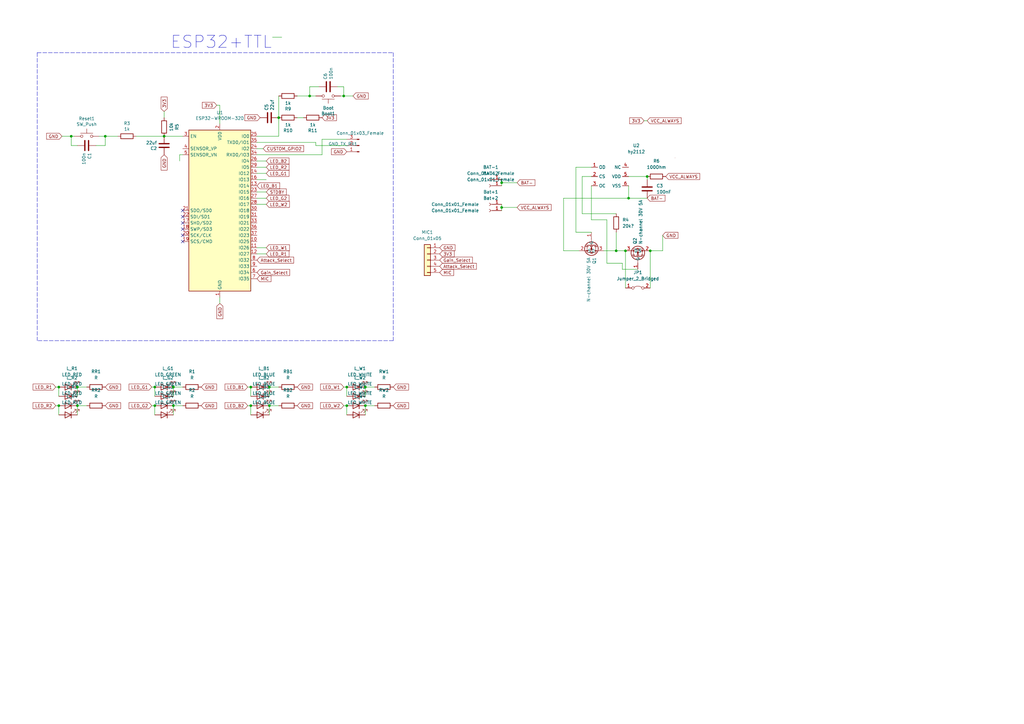
<source format=kicad_sch>
(kicad_sch (version 20211123) (generator eeschema)
  (paper "A3")
  (lib_symbols
    (symbol "Connector:Conn_01x01_Female" (pin_names (offset 1.016) hide)
      (property "Reference" "J" (at 0 2.54 0))
      (property "Value" "Conn_01x01_Female" (at 0 -2.54 0))
      (symbol "Conn_01x01_Female_1_1"
        (polyline (pts (xy -1.27 0) (xy -0.508 0)) (stroke (width 0.1524)))
        (arc (start 0 0.508) (mid -0.508 0) (end 0 -0.508) (stroke (width 0.1524)))
        (pin passive line (at -5.08 0 0) (length 3.81) (name "Pin_1") (number "1"))
      )
    )
    (symbol "Connector:Conn_01x03_Male" (pin_names (offset 1.016) hide)
      (property "Reference" "J" (at 0 5.08 0))
      (property "Value" "Conn_01x03_Male" (at 0 -5.08 0))
      (symbol "Conn_01x03_Male_1_1"
        (polyline (pts (xy 1.27 -2.54) (xy 0.8636 -2.54)) (stroke (width 0.1524)))
        (polyline (pts (xy 1.27 0) (xy 0.8636 0)) (stroke (width 0.1524)))
        (polyline (pts (xy 1.27 2.54) (xy 0.8636 2.54)) (stroke (width 0.1524)))
        (rectangle (start 0.8636 -2.413) (end 0 -2.667) (stroke (width 0.1524)) (fill (type outline)))
        (rectangle (start 0.8636 0.127) (end 0 -0.127) (stroke (width 0.1524)) (fill (type outline)))
        (rectangle (start 0.8636 2.667) (end 0 2.413) (stroke (width 0.1524)) (fill (type outline)))
        (pin passive line (at 5.08 2.54 180) (length 3.81) (name "Pin_1") (number "1"))
        (pin passive line (at 5.08 0 180) (length 3.81) (name "Pin_2") (number "2"))
        (pin passive line (at 5.08 -2.54 180) (length 3.81) (name "Pin_3") (number "3"))
      )
    )
    (symbol "Connector_Generic:Conn_01x05" (pin_names (offset 1.016) hide)
      (property "Reference" "J" (at 0 7.62 0))
      (property "Value" "Conn_01x05" (at 0 -7.62 0))
      (symbol "Conn_01x05_1_1"
        (rectangle (start -1.27 -4.953) (end 0 -5.207) (stroke (width 0.1524)))
        (rectangle (start -1.27 -2.413) (end 0 -2.667) (stroke (width 0.1524)))
        (rectangle (start -1.27 0.127) (end 0 -0.127) (stroke (width 0.1524)))
        (rectangle (start -1.27 2.667) (end 0 2.413) (stroke (width 0.1524)))
        (rectangle (start -1.27 5.207) (end 0 4.953) (stroke (width 0.1524)))
        (rectangle (start -1.27 6.35) (end 1.27 -6.35) (stroke (width 0.254)) (fill (type background)))
        (pin passive line (at -5.08 5.08 0) (length 3.81) (name "Pin_1") (number "1"))
        (pin passive line (at -5.08 2.54 0) (length 3.81) (name "Pin_2") (number "2"))
        (pin passive line (at -5.08 0 0) (length 3.81) (name "Pin_3") (number "3"))
        (pin passive line (at -5.08 -2.54 0) (length 3.81) (name "Pin_4") (number "4"))
        (pin passive line (at -5.08 -5.08 0) (length 3.81) (name "Pin_5") (number "5"))
      )
    )
    (symbol "Device:C" (pin_numbers hide) (pin_names (offset 0.254))
      (property "Reference" "C" (at 0.635 2.54 0))
      (property "Value" "C" (at 0.635 -2.54 0))
      (symbol "C_0_1"
        (polyline (pts (xy -2.032 -0.762) (xy 2.032 -0.762)) (stroke (width 0.508)))
        (polyline (pts (xy -2.032 0.762) (xy 2.032 0.762)) (stroke (width 0.508)))
      )
      (symbol "C_1_1"
        (pin passive line (at 0 3.81 270) (length 2.794) (name "~") (number "1"))
        (pin passive line (at 0 -3.81 90) (length 2.794) (name "~") (number "2"))
      )
    )
    (symbol "Device:LED" (pin_numbers hide) (pin_names (offset 1.016) hide)
      (property "Reference" "D" (at 0 2.54 0))
      (property "Value" "LED" (at 0 -2.54 0))
      (symbol "LED_0_1"
        (polyline (pts (xy -1.27 -1.27) (xy -1.27 1.27)) (stroke (width 0.254)))
        (polyline (pts (xy -1.27 0) (xy 1.27 0)))
        (polyline (pts (xy 1.27 -1.27) (xy 1.27 1.27) (xy -1.27 0) (xy 1.27 -1.27)) (stroke (width 0.254)))
        (polyline (pts (xy -3.048 -0.762) (xy -4.572 -2.286) (xy -3.81 -2.286) (xy -4.572 -2.286) (xy -4.572 -1.524)))
        (polyline (pts (xy -1.778 -0.762) (xy -3.302 -2.286) (xy -2.54 -2.286) (xy -3.302 -2.286) (xy -3.302 -1.524)))
      )
      (symbol "LED_1_1"
        (pin passive line (at -3.81 0 0) (length 2.54) (name "K") (number "1"))
        (pin passive line (at 3.81 0 180) (length 2.54) (name "A") (number "2"))
      )
    )
    (symbol "Device:R" (pin_numbers hide) (pin_names (offset 0))
      (property "Reference" "R" (at 2.032 0 90))
      (property "Value" "R" (at 0 0 90))
      (symbol "R_0_1"
        (rectangle (start -1.016 -2.54) (end 1.016 2.54) (stroke (width 0.254)))
      )
      (symbol "R_1_1"
        (pin passive line (at 0 3.81 270) (length 1.27) (name "~") (number "1"))
        (pin passive line (at 0 -3.81 90) (length 1.27) (name "~") (number "2"))
      )
    )
    (symbol "ESP32-DEVKITC-32D:SL2300" (pin_names (offset 1.016))
      (property "Reference" "Q" (at 0 0 0))
      (property "Value" "SL2300" (at 7.62 0 0))
      (symbol "SL2300_1_1"
        (polyline (pts (xy -1.016 0) (xy -3.81 0)))
        (polyline (pts (xy -1.016 1.905) (xy -1.016 -1.905)) (stroke (width 0.254)))
        (polyline (pts (xy -0.508 -1.27) (xy -0.508 -2.286)) (stroke (width 0.254)))
        (polyline (pts (xy -0.508 0.508) (xy -0.508 -0.508)) (stroke (width 0.254)))
        (polyline (pts (xy -0.508 2.286) (xy -0.508 1.27)) (stroke (width 0.254)))
        (polyline (pts (xy 1.27 2.54) (xy 1.27 1.778)))
        (polyline (pts (xy 1.27 -2.54) (xy 1.27 0) (xy -0.508 0)))
        (polyline (pts (xy -0.508 -1.778) (xy 2.032 -1.778) (xy 2.032 1.778) (xy -0.508 1.778)))
        (polyline (pts (xy -0.254 0) (xy 0.762 0.381) (xy 0.762 -0.381) (xy -0.254 0)) (fill (type outline)))
        (polyline (pts (xy 1.524 0.508) (xy 1.651 0.381) (xy 2.413 0.381) (xy 2.54 0.254)))
        (polyline (pts (xy 2.032 0.381) (xy 1.651 -0.254) (xy 2.413 -0.254) (xy 2.032 0.381)))
        (circle (center 0.381 0) (radius 2.794) (stroke (width 0.254)))
        (circle (center 1.27 -1.778) (radius 0.254) (fill (type outline)))
        (circle (center 1.27 1.778) (radius 0.254) (fill (type outline)))
        (pin input line (at -6.35 0 0) (length 2.54) (name "G") (number "1"))
        (pin passive line (at 1.27 -5.08 90) (length 2.54) (name "S") (number "2"))
        (pin passive line (at 1.27 5.08 270) (length 2.54) (name "D") (number "3"))
      )
    )
    (symbol "Jumper:Jumper_2_Bridged" (pin_names (offset 0) hide)
      (property "Reference" "JP" (at 0 1.905 0))
      (property "Value" "Jumper_2_Bridged" (at 0 -2.54 0))
      (symbol "Jumper_2_Bridged_0_0"
        (circle (center -2.032 0) (radius 0.508))
        (circle (center 2.032 0) (radius 0.508))
      )
      (symbol "Jumper_2_Bridged_0_1"
        (arc (start 1.524 0.254) (mid 0 0.762) (end -1.524 0.254))
      )
      (symbol "Jumper_2_Bridged_1_1"
        (pin passive line (at -5.08 0 0) (length 2.54) (name "A") (number "1"))
        (pin passive line (at 5.08 0 180) (length 2.54) (name "B") (number "2"))
      )
    )
    (symbol "RF_Module:ESP32-WROOM-32D"
      (property "Reference" "U" (at -12.7 34.29 0))
      (property "Value" "ESP32-WROOM-32D" (at 1.27 34.29 0))
      (symbol "ESP32-WROOM-32D_0_1"
        (rectangle (start -12.7 33.02) (end 12.7 -33.02) (stroke (width 0.254)) (fill (type background)))
      )
      (symbol "ESP32-WROOM-32D_1_1"
        (pin power_in line (at 0 -35.56 90) (length 2.54) (name "GND") (number "1"))
        (pin bidirectional line (at 15.24 -12.7 180) (length 2.54) (name "IO25") (number "10"))
        (pin bidirectional line (at 15.24 -15.24 180) (length 2.54) (name "IO26") (number "11"))
        (pin bidirectional line (at 15.24 -17.78 180) (length 2.54) (name "IO27") (number "12"))
        (pin bidirectional line (at 15.24 10.16 180) (length 2.54) (name "IO14") (number "13"))
        (pin bidirectional line (at 15.24 15.24 180) (length 2.54) (name "IO12") (number "14"))
        (pin passive line (at 0 -35.56 90) (length 2.54) hide (name "GND") (number "15"))
        (pin bidirectional line (at 15.24 12.7 180) (length 2.54) (name "IO13") (number "16"))
        (pin bidirectional line (at -15.24 -5.08 0) (length 2.54) (name "SHD/SD2") (number "17"))
        (pin bidirectional line (at -15.24 -7.62 0) (length 2.54) (name "SWP/SD3") (number "18"))
        (pin bidirectional line (at -15.24 -12.7 0) (length 2.54) (name "SCS/CMD") (number "19"))
        (pin power_in line (at 0 35.56 270) (length 2.54) (name "VDD") (number "2"))
        (pin bidirectional line (at -15.24 -10.16 0) (length 2.54) (name "SCK/CLK") (number "20"))
        (pin bidirectional line (at -15.24 0 0) (length 2.54) (name "SDO/SD0") (number "21"))
        (pin bidirectional line (at -15.24 -2.54 0) (length 2.54) (name "SDI/SD1") (number "22"))
        (pin bidirectional line (at 15.24 7.62 180) (length 2.54) (name "IO15") (number "23"))
        (pin bidirectional line (at 15.24 25.4 180) (length 2.54) (name "IO2") (number "24"))
        (pin bidirectional line (at 15.24 30.48 180) (length 2.54) (name "IO0") (number "25"))
        (pin bidirectional line (at 15.24 20.32 180) (length 2.54) (name "IO4") (number "26"))
        (pin bidirectional line (at 15.24 5.08 180) (length 2.54) (name "IO16") (number "27"))
        (pin bidirectional line (at 15.24 2.54 180) (length 2.54) (name "IO17") (number "28"))
        (pin bidirectional line (at 15.24 17.78 180) (length 2.54) (name "IO5") (number "29"))
        (pin input line (at -15.24 30.48 0) (length 2.54) (name "EN") (number "3"))
        (pin bidirectional line (at 15.24 0 180) (length 2.54) (name "IO18") (number "30"))
        (pin bidirectional line (at 15.24 -2.54 180) (length 2.54) (name "IO19") (number "31"))
        (pin no_connect line (at -12.7 -27.94 0) (length 2.54) hide (name "NC") (number "32"))
        (pin bidirectional line (at 15.24 -5.08 180) (length 2.54) (name "IO21") (number "33"))
        (pin bidirectional line (at 15.24 22.86 180) (length 2.54) (name "RXD0/IO3") (number "34"))
        (pin bidirectional line (at 15.24 27.94 180) (length 2.54) (name "TXD0/IO1") (number "35"))
        (pin bidirectional line (at 15.24 -7.62 180) (length 2.54) (name "IO22") (number "36"))
        (pin bidirectional line (at 15.24 -10.16 180) (length 2.54) (name "IO23") (number "37"))
        (pin passive line (at 0 -35.56 90) (length 2.54) hide (name "GND") (number "38"))
        (pin passive line (at 0 -35.56 90) (length 2.54) hide (name "GND") (number "39"))
        (pin input line (at -15.24 25.4 0) (length 2.54) (name "SENSOR_VP") (number "4"))
        (pin input line (at -15.24 22.86 0) (length 2.54) (name "SENSOR_VN") (number "5"))
        (pin input line (at 15.24 -25.4 180) (length 2.54) (name "IO34") (number "6"))
        (pin input line (at 15.24 -27.94 180) (length 2.54) (name "IO35") (number "7"))
        (pin bidirectional line (at 15.24 -20.32 180) (length 2.54) (name "IO32") (number "8"))
        (pin bidirectional line (at 15.24 -22.86 180) (length 2.54) (name "IO33") (number "9"))
      )
    )
    (symbol "Switch:SW_Push" (pin_numbers hide) (pin_names (offset 1.016) hide)
      (property "Reference" "SW" (at 1.27 2.54 0))
      (property "Value" "SW_Push" (at 0 -1.524 0))
      (symbol "SW_Push_0_1"
        (circle (center -2.032 0) (radius 0.508))
        (polyline (pts (xy 0 1.27) (xy 0 3.048)))
        (polyline (pts (xy 2.54 1.27) (xy -2.54 1.27)))
        (circle (center 2.032 0) (radius 0.508))
        (pin passive line (at -5.08 0 0) (length 2.54) (name "1") (number "1"))
        (pin passive line (at 5.08 0 180) (length 2.54) (name "2") (number "2"))
      )
    )
    (symbol "hy2112:hy2112"
      (property "Reference" "U" (at 0 0 0))
      (property "Value" "hy2112" (at 0 0 0))
      (symbol "hy2112_0_1"
        (rectangle (start 26.67 0) (end 26.67 0))
      )
      (symbol "hy2112_1_1"
        (pin input line (at -7.62 -3.81 0) (length 2.54) (name "OD") (number "1"))
        (pin input line (at -7.62 -7.62 0) (length 2.54) (name "CS") (number "2"))
        (pin input line (at -7.62 -11.43 0) (length 2.54) (name "OC") (number "3"))
        (pin input line (at 7.62 -3.81 180) (length 2.54) (name "NC") (number "4"))
        (pin input line (at 7.62 -7.62 180) (length 2.54) (name "VDD") (number "5"))
        (pin input line (at 7.62 -11.43 180) (length 2.54) (name "VSS") (number "6"))
      )
    )
  )
  (junction (at 31.75 158.75))
  (junction (at 102.87 166.37))
  (junction (at 127 39.37))
  (junction (at 63.5 158.75))
  (junction (at 110.49 158.75))
  (junction (at 114.3 48.26))
  (junction (at 149.86 166.37))
  (junction (at 63.5 166.37))
  (junction (at 140.97 39.37))
  (junction (at 149.86 158.75))
  (junction (at 71.12 158.75))
  (junction (at 31.75 166.37))
  (junction (at 205.74 85.09))
  (junction (at 252.73 102.87))
  (junction (at 256.54 102.87))
  (junction (at 24.13 166.37))
  (junction (at 102.87 158.75))
  (junction (at 29.21 55.88))
  (junction (at 265.43 72.39))
  (junction (at 205.74 74.93))
  (junction (at 43.18 55.88))
  (junction (at 24.13 158.75))
  (junction (at 257.81 81.28))
  (junction (at 110.49 166.37))
  (junction (at 142.24 158.75))
  (junction (at 142.24 166.37))
  (junction (at 71.12 166.37))
  (junction (at 266.7 102.87))
  (junction (at 67.31 55.88))
  (no_connect (at 74.93 99.06))
  (no_connect (at 74.93 86.36))
  (no_connect (at 74.93 91.44))
  (no_connect (at 74.93 96.52))
  (no_connect (at 74.93 88.9))
  (no_connect (at 74.93 93.98))
  (wire (pts (xy 39.37 59.69) (xy 43.18 59.69)))
  (polyline (pts (xy 15.24 21.59) (xy 161.29 21.59)))
  (wire (pts (xy 140.97 166.37) (xy 142.24 166.37)))
  (wire (pts (xy 205.74 74.93) (xy 205.74 73.66)))
  (wire (pts (xy 127 35.56) (xy 127 39.37)))
  (wire (pts (xy 67.31 55.88) (xy 74.93 55.88)))
  (wire (pts (xy 73.66 63.5) (xy 73.66 66.04)))
  (wire (pts (xy 132.08 57.15) (xy 132.08 63.5)))
  (wire (pts (xy 236.22 95.25) (xy 242.57 95.25)))
  (wire (pts (xy 31.75 158.75) (xy 31.75 162.56)))
  (wire (pts (xy 105.41 63.5) (xy 132.08 63.5)))
  (wire (pts (xy 130.81 35.56) (xy 127 35.56)))
  (wire (pts (xy 105.41 66.04) (xy 109.22 66.04)))
  (wire (pts (xy 149.86 158.75) (xy 149.86 162.56)))
  (wire (pts (xy 266.7 102.87) (xy 271.78 102.87)))
  (wire (pts (xy 31.75 166.37) (xy 31.75 170.18)))
  (polyline (pts (xy 161.29 21.59) (xy 161.29 139.7)))
  (wire (pts (xy 105.41 101.6) (xy 109.22 101.6)))
  (wire (pts (xy 140.97 158.75) (xy 142.24 158.75)))
  (wire (pts (xy 242.57 72.39) (xy 238.76 72.39)))
  (wire (pts (xy 252.73 102.87) (xy 256.54 102.87)))
  (wire (pts (xy 248.92 107.95) (xy 255.27 107.95)))
  (wire (pts (xy 71.12 166.37) (xy 74.93 166.37)))
  (wire (pts (xy 105.41 81.28) (xy 109.22 81.28)))
  (wire (pts (xy 90.17 43.18) (xy 88.9 43.18)))
  (wire (pts (xy 242.57 76.2) (xy 242.57 90.17)))
  (wire (pts (xy 121.92 48.26) (xy 124.46 48.26)))
  (wire (pts (xy 31.75 158.75) (xy 35.56 158.75)))
  (wire (pts (xy 231.14 102.87) (xy 237.49 102.87)))
  (wire (pts (xy 67.31 48.26) (xy 67.31 45.72)))
  (wire (pts (xy 29.21 55.88) (xy 30.48 55.88)))
  (wire (pts (xy 90.17 43.18) (xy 90.17 50.8)))
  (wire (pts (xy 105.41 60.96) (xy 107.95 60.96)))
  (wire (pts (xy 255.27 110.49) (xy 261.62 110.49)))
  (wire (pts (xy 102.87 158.75) (xy 102.87 162.56)))
  (wire (pts (xy 256.54 102.87) (xy 256.54 118.11)))
  (wire (pts (xy 63.5 166.37) (xy 63.5 170.18)))
  (wire (pts (xy 257.81 72.39) (xy 265.43 72.39)))
  (wire (pts (xy 62.23 158.75) (xy 63.5 158.75)))
  (wire (pts (xy 129.54 59.69) (xy 129.54 58.42)))
  (wire (pts (xy 71.12 158.75) (xy 71.12 162.56)))
  (wire (pts (xy 142.24 158.75) (xy 142.24 162.56)))
  (wire (pts (xy 43.18 55.88) (xy 48.26 55.88)))
  (wire (pts (xy 271.78 102.87) (xy 271.78 96.52)))
  (wire (pts (xy 144.78 39.37) (xy 140.97 39.37)))
  (wire (pts (xy 252.73 95.25) (xy 252.73 102.87)))
  (wire (pts (xy 149.86 158.75) (xy 153.67 158.75)))
  (wire (pts (xy 247.65 102.87) (xy 252.73 102.87)))
  (wire (pts (xy 101.6 158.75) (xy 102.87 158.75)))
  (wire (pts (xy 257.81 81.28) (xy 231.14 81.28)))
  (wire (pts (xy 105.41 55.88) (xy 114.3 55.88)))
  (wire (pts (xy 114.3 39.37) (xy 114.3 48.26)))
  (wire (pts (xy 22.86 166.37) (xy 24.13 166.37)))
  (wire (pts (xy 105.41 73.66) (xy 109.22 73.66)))
  (wire (pts (xy 205.74 86.36) (xy 205.74 85.09)))
  (wire (pts (xy 205.74 85.09) (xy 212.09 85.09)))
  (wire (pts (xy 25.4 55.88) (xy 29.21 55.88)))
  (wire (pts (xy 111.76 15.24) (xy 115.57 15.24)))
  (wire (pts (xy 40.64 55.88) (xy 43.18 55.88)))
  (wire (pts (xy 55.88 55.88) (xy 67.31 55.88)))
  (wire (pts (xy 238.76 87.63) (xy 252.73 87.63)))
  (wire (pts (xy 62.23 166.37) (xy 63.5 166.37)))
  (wire (pts (xy 110.49 166.37) (xy 110.49 170.18)))
  (wire (pts (xy 257.81 76.2) (xy 257.81 81.28)))
  (wire (pts (xy 105.41 71.12) (xy 109.22 71.12)))
  (wire (pts (xy 63.5 158.75) (xy 63.5 162.56)))
  (wire (pts (xy 238.76 72.39) (xy 238.76 87.63)))
  (wire (pts (xy 265.43 72.39) (xy 265.43 73.66)))
  (wire (pts (xy 140.97 39.37) (xy 139.7 39.37)))
  (wire (pts (xy 236.22 68.58) (xy 236.22 95.25)))
  (wire (pts (xy 110.49 158.75) (xy 114.3 158.75)))
  (wire (pts (xy 29.21 59.69) (xy 29.21 55.88)))
  (wire (pts (xy 248.92 90.17) (xy 248.92 107.95)))
  (wire (pts (xy 142.24 166.37) (xy 142.24 170.18)))
  (wire (pts (xy 71.12 166.37) (xy 71.12 170.18)))
  (wire (pts (xy 138.43 35.56) (xy 140.97 35.56)))
  (wire (pts (xy 129.54 39.37) (xy 127 39.37)))
  (polyline (pts (xy 161.29 139.7) (xy 15.24 139.7)))
  (wire (pts (xy 266.7 102.87) (xy 266.7 118.11)))
  (wire (pts (xy 102.87 166.37) (xy 102.87 170.18)))
  (wire (pts (xy 142.24 59.69) (xy 129.54 59.69)))
  (wire (pts (xy 31.75 166.37) (xy 35.56 166.37)))
  (wire (pts (xy 127 39.37) (xy 121.92 39.37)))
  (wire (pts (xy 205.74 76.2) (xy 205.74 74.93)))
  (wire (pts (xy 71.12 158.75) (xy 74.93 158.75)))
  (wire (pts (xy 265.43 49.53) (xy 264.16 49.53)))
  (wire (pts (xy 257.81 81.28) (xy 265.43 81.28)))
  (polyline (pts (xy 15.24 21.59) (xy 15.24 139.7)))
  (wire (pts (xy 74.93 63.5) (xy 73.66 63.5)))
  (wire (pts (xy 255.27 107.95) (xy 255.27 110.49)))
  (wire (pts (xy 24.13 158.75) (xy 24.13 162.56)))
  (wire (pts (xy 24.13 166.37) (xy 24.13 170.18)))
  (wire (pts (xy 105.41 68.58) (xy 109.22 68.58)))
  (wire (pts (xy 105.41 58.42) (xy 129.54 58.42)))
  (wire (pts (xy 114.3 48.26) (xy 114.3 55.88)))
  (wire (pts (xy 242.57 68.58) (xy 236.22 68.58)))
  (wire (pts (xy 31.75 59.69) (xy 29.21 59.69)))
  (wire (pts (xy 149.86 166.37) (xy 153.67 166.37)))
  (wire (pts (xy 205.74 74.93) (xy 212.09 74.93)))
  (wire (pts (xy 22.86 158.75) (xy 24.13 158.75)))
  (wire (pts (xy 90.17 124.46) (xy 90.17 121.92)))
  (wire (pts (xy 149.86 166.37) (xy 149.86 170.18)))
  (wire (pts (xy 110.49 166.37) (xy 114.3 166.37)))
  (wire (pts (xy 105.41 78.74) (xy 109.22 78.74)))
  (wire (pts (xy 140.97 35.56) (xy 140.97 39.37)))
  (wire (pts (xy 43.18 59.69) (xy 43.18 55.88)))
  (wire (pts (xy 101.6 166.37) (xy 102.87 166.37)))
  (wire (pts (xy 105.41 104.14) (xy 109.22 104.14)))
  (wire (pts (xy 142.24 57.15) (xy 132.08 57.15)))
  (wire (pts (xy 205.74 85.09) (xy 205.74 83.82)))
  (wire (pts (xy 242.57 90.17) (xy 248.92 90.17)))
  (wire (pts (xy 105.41 83.82) (xy 109.22 83.82)))
  (wire (pts (xy 110.49 158.75) (xy 110.49 162.56)))
  (wire (pts (xy 231.14 81.28) (xy 231.14 102.87)))
  (text "ESP32+TTL" (at 69.85 20.32 0) (effects (font (size 5 5)) (justify left bottom)))
  (global_label "LED_W1" (shape input) (at 109.22 101.6 0) (property "Intersheet References" "${INTERSHEET_REFS}" (effects hide)))
  (global_label "LED_G2" (shape input) (at 109.22 81.28 0) (property "Intersheet References" "${INTERSHEET_REFS}" (effects hide)))
  (global_label "GND" (shape input) (at 121.92 158.75 0) (property "Intersheet References" "${INTERSHEET_REFS}" (effects hide)))
  (global_label "GND" (shape input) (at 161.29 158.75 0) (property "Intersheet References" "${INTERSHEET_REFS}" (effects hide)))
  (global_label "LED_G1" (shape input) (at 62.23 158.75 180) (property "Intersheet References" "${INTERSHEET_REFS}" (effects hide)))
  (global_label "GND" (shape input) (at 43.18 158.75 0) (property "Intersheet References" "${INTERSHEET_REFS}" (effects hide)))
  (global_label "3V3" (shape input) (at 67.31 45.72 90) (property "Intersheet References" "${INTERSHEET_REFS}" (effects hide)))
  (global_label "MIC" (shape input) (at 180.34 111.76 0) (property "Intersheet References" "${INTERSHEET_REFS}" (effects hide)))
  (global_label "Attack_Select" (shape input) (at 180.34 109.22 0) (property "Intersheet References" "${INTERSHEET_REFS}" (effects hide)))
  (global_label "LED_W2" (shape input) (at 109.22 83.82 0) (property "Intersheet References" "${INTERSHEET_REFS}" (effects hide)))
  (global_label "LED_B1" (shape input) (at 101.6 158.75 180) (property "Intersheet References" "${INTERSHEET_REFS}" (effects hide)))
  (global_label "GND" (shape input) (at 106.68 48.26 180) (property "Intersheet References" "${INTERSHEET_REFS}" (effects hide)))
  (global_label "LED_B1" (shape input) (at 105.41 76.2 0) (property "Intersheet References" "${INTERSHEET_REFS}" (effects hide)))
  (global_label "VCC_ALWAYS" (shape input) (at 265.43 49.53 0) (property "Intersheet References" "${INTERSHEET_REFS}" (effects hide)))
  (global_label "LED_G2" (shape input) (at 62.23 166.37 180) (property "Intersheet References" "${INTERSHEET_REFS}" (effects hide)))
  (global_label "GND" (shape input) (at 25.4 55.88 180) (property "Intersheet References" "${INTERSHEET_REFS}" (effects hide)))
  (global_label "GND" (shape input) (at 180.34 101.6 0) (property "Intersheet References" "${INTERSHEET_REFS}" (effects hide)))
  (global_label "GND" (shape input) (at 121.92 166.37 0) (property "Intersheet References" "${INTERSHEET_REFS}" (effects hide)))
  (global_label "STDBY" (shape input) (at 109.22 78.74 0) (property "Intersheet References" "${INTERSHEET_REFS}" (effects hide)))
  (global_label "GND" (shape input) (at 43.18 166.37 0) (property "Intersheet References" "${INTERSHEET_REFS}" (effects hide)))
  (global_label "3V3" (shape input) (at 180.34 104.14 0) (property "Intersheet References" "${INTERSHEET_REFS}" (effects hide)))
  (global_label "LED_R2" (shape input) (at 22.86 166.37 180) (property "Intersheet References" "${INTERSHEET_REFS}" (effects hide)))
  (global_label "LED_B2" (shape input) (at 101.6 166.37 180) (property "Intersheet References" "${INTERSHEET_REFS}" (effects hide)))
  (global_label "GND" (shape input) (at 144.78 39.37 0) (property "Intersheet References" "${INTERSHEET_REFS}" (effects hide)))
  (global_label "LED_R2" (shape input) (at 109.22 68.58 0) (property "Intersheet References" "${INTERSHEET_REFS}" (effects hide)))
  (global_label "BAT-" (shape input) (at 265.43 81.28 0) (property "Intersheet References" "${INTERSHEET_REFS}" (effects hide)))
  (global_label "LED_R1" (shape input) (at 22.86 158.75 180) (property "Intersheet References" "${INTERSHEET_REFS}" (effects hide)))
  (global_label "Gain_Select" (shape input) (at 180.34 106.68 0) (property "Intersheet References" "${INTERSHEET_REFS}" (effects hide)))
  (global_label "BAT-" (shape input) (at 212.09 74.93 0) (property "Intersheet References" "${INTERSHEET_REFS}" (effects hide)))
  (global_label "3V3" (shape input) (at 264.16 49.53 180) (property "Intersheet References" "${INTERSHEET_REFS}" (effects hide)))
  (global_label "VCC_ALWAYS" (shape input) (at 212.09 85.09 0) (property "Intersheet References" "${INTERSHEET_REFS}" (effects hide)))
  (global_label "3V3" (shape input) (at 88.9 43.18 180) (property "Intersheet References" "${INTERSHEET_REFS}" (effects hide)))
  (global_label "GND" (shape input) (at 142.24 62.23 180) (property "Intersheet References" "${INTERSHEET_REFS}" (effects hide)))
  (global_label "3V3" (shape input) (at 132.08 48.26 0) (property "Intersheet References" "${INTERSHEET_REFS}" (effects hide)))
  (global_label "GND" (shape input) (at 67.31 63.5 270) (property "Intersheet References" "${INTERSHEET_REFS}" (effects hide)))
  (global_label "VCC_ALWAYS" (shape input) (at 273.05 72.39 0) (property "Intersheet References" "${INTERSHEET_REFS}" (effects hide)))
  (global_label "Gain_Select" (shape input) (at 105.41 111.76 0) (property "Intersheet References" "${INTERSHEET_REFS}" (effects hide)))
  (global_label "LED_W1" (shape input) (at 140.97 158.75 180) (property "Intersheet References" "${INTERSHEET_REFS}" (effects hide)))
  (global_label "MIC" (shape input) (at 105.41 114.3 0) (property "Intersheet References" "${INTERSHEET_REFS}" (effects hide)))
  (global_label "GND" (shape input) (at 161.29 166.37 0) (property "Intersheet References" "${INTERSHEET_REFS}" (effects hide)))
  (global_label "LED_W2" (shape input) (at 140.97 166.37 180) (property "Intersheet References" "${INTERSHEET_REFS}" (effects hide)))
  (global_label "GND" (shape input) (at 82.55 158.75 0) (property "Intersheet References" "${INTERSHEET_REFS}" (effects hide)))
  (global_label "LED_B2" (shape input) (at 109.22 66.04 0) (property "Intersheet References" "${INTERSHEET_REFS}" (effects hide)))
  (global_label "GND" (shape input) (at 82.55 166.37 0) (property "Intersheet References" "${INTERSHEET_REFS}" (effects hide)))
  (global_label "LED_G1" (shape input) (at 109.22 71.12 0) (property "Intersheet References" "${INTERSHEET_REFS}" (effects hide)))
  (global_label "CUSTOM_GPIO2" (shape input) (at 107.95 60.96 0) (property "Intersheet References" "${INTERSHEET_REFS}" (effects hide)))
  (global_label "LED_R1" (shape input) (at 109.22 104.14 0) (property "Intersheet References" "${INTERSHEET_REFS}" (effects hide)))
  (global_label "GND" (shape input) (at 271.78 96.52 0) (property "Intersheet References" "${INTERSHEET_REFS}" (effects hide)))
  (global_label "GND" (shape input) (at 90.17 124.46 270) (property "Intersheet References" "${INTERSHEET_REFS}" (effects hide)))
  (global_label "Attack_Select" (shape input) (at 105.41 106.68 0) (property "Intersheet References" "${INTERSHEET_REFS}" (effects hide)))
  (symbol (lib_id "Device:R") (at 39.37 166.37 90) (unit 1)
    (property "Reference" "RR2" (at 39.37 160.02 90))
    (property "Value" "R" (at 39.37 162.56 90))
    (property "Footprint" "Resistor_SMD:R_0603_1608Metric" (effects hide))
  )
  (symbol (lib_id "Connector:Conn_01x01_Female") (at 200.66 76.2 180) (unit 1)
    (property "Reference" "BAT-2" (at 201.295 71.12 0))
    (property "Value" "Conn_01x01_Female" (at 201.295 73.66 0))
    (property "Footprint" "Connector_Wire:SolderWirePad_1x01_SMD_1x2mm" (effects hide))
  )
  (symbol (lib_id "Device:R") (at 157.48 158.75 90) (unit 1)
    (property "Reference" "RW1" (at 157.48 152.4 90))
    (property "Value" "R" (at 157.48 154.94 90))
    (property "Footprint" "Resistor_SMD:R_0603_1608Metric" (effects hide))
  )
  (symbol (lib_id "Device:LED") (at 106.68 166.37 180) (unit 1)
    (property "Reference" "L_B3" (at 108.2675 158.75 0))
    (property "Value" "LED_BLUE" (at 108.2675 161.29 0))
    (property "Footprint" "LED_SMD:LED_0603_1608Metric" (effects hide))
  )
  (symbol (lib_id "Jumper:Jumper_2_Bridged") (at 261.62 118.11 0) (unit 1)
    (property "Reference" "JP1" (at 261.62 111.76 0))
    (property "Value" "Jumper_2_Bridged" (at 261.62 114.3 0))
    (property "Footprint" "Jumper:SolderJumper-2_P1.3mm_Bridged_RoundedPad1.0x1.5mm" (effects hide))
  )
  (symbol (lib_id "ESP32-DEVKITC-32D:SL2300") (at 261.62 104.14 90) (unit 1)
    (property "Reference" "Q2" (at 260.4516 100.203 0) (effects (justify left)))
    (property "Value" "N-channel 30V 5A" (at 262.763 100.203 0) (effects (justify left)))
    (property "Footprint" "Package_TO_SOT_SMD:SOT-23" (effects hide))
    (property "LCSC_PART_NUMBER" "C350314" (effects hide))
  )
  (symbol (lib_id "Device:R") (at 157.48 166.37 90) (unit 1)
    (property "Reference" "RW2" (at 157.48 160.02 90))
    (property "Value" "R" (at 157.48 162.56 90))
    (property "Footprint" "Resistor_SMD:R_0603_1608Metric" (effects hide))
  )
  (symbol (lib_id "Switch:SW_Push") (at 35.56 55.88 0) (unit 1)
    (property "Reference" "Reset1" (at 35.56 48.641 0))
    (property "Value" "SW_Push" (at 35.56 50.9524 0))
    (property "Footprint" "Button_Switch_SMD:SW_SPST_CK_RS282G05A3" (effects hide))
    (property "LCSC" "C72443" (effects hide))
  )
  (symbol (lib_id "Device:R") (at 128.27 48.26 90) (unit 1)
    (property "Reference" "R11" (at 128.27 53.5178 90))
    (property "Value" "1k" (at 128.27 51.2064 90))
    (property "Footprint" "Resistor_SMD:R_0603_1608Metric" (effects hide))
    (property "LCSC" "C21190" (effects hide))
  )
  (symbol (lib_id "ESP32-DEVKITC-32D:SL2300") (at 242.57 101.6 270) (unit 1)
    (property "Reference" "Q1" (at 243.7384 105.537 0) (effects (justify left)))
    (property "Value" "N-channel 30V 5A" (at 241.427 105.537 0) (effects (justify left)))
    (property "Footprint" "Package_TO_SOT_SMD:SOT-23" (effects hide))
    (property "LCSC_PART_NUMBER" "C350314" (effects hide))
  )
  (symbol (lib_id "Device:R") (at 39.37 158.75 90) (unit 1)
    (property "Reference" "RR1" (at 39.37 152.4 90))
    (property "Value" "R" (at 39.37 154.94 90))
    (property "Footprint" "Resistor_SMD:R_0603_1608Metric" (effects hide))
  )
  (symbol (lib_id "Device:LED") (at 67.31 170.18 180) (unit 1)
    (property "Reference" "L_G4" (at 68.8975 162.56 0))
    (property "Value" "LED_GREEN" (at 68.8975 165.1 0))
    (property "Footprint" "LED_SMD:LED_0603_1608Metric" (effects hide))
  )
  (symbol (lib_id "Device:LED") (at 67.31 166.37 180) (unit 1)
    (property "Reference" "L_G3" (at 68.8975 158.75 0))
    (property "Value" "LED_GREEN" (at 68.8975 161.29 0))
    (property "Footprint" "LED_SMD:LED_0603_1608Metric" (effects hide))
  )
  (symbol (lib_id "Device:LED") (at 27.94 158.75 180) (unit 1)
    (property "Reference" "L_R1" (at 29.5275 151.13 0))
    (property "Value" "LED_RED" (at 29.5275 153.67 0))
    (property "Footprint" "LED_SMD:LED_0603_1608Metric" (effects hide))
  )
  (symbol (lib_id "Device:R") (at 252.73 91.44 0) (unit 1)
    (property "Reference" "R4" (at 255.27 90.1699 0) (effects (justify left)))
    (property "Value" "20k?" (at 255.27 92.7099 0) (effects (justify left)))
    (property "Footprint" "Resistor_SMD:R_0603_1608Metric" (effects hide))
  )
  (symbol (lib_id "Device:R") (at 269.24 72.39 90) (unit 1)
    (property "Reference" "R6" (at 269.24 66.04 90))
    (property "Value" "100Ohm" (at 269.24 68.58 90))
    (property "Footprint" "Resistor_SMD:R_0603_1608Metric" (effects hide))
  )
  (symbol (lib_id "Device:C") (at 67.31 59.69 180) (unit 1)
    (property "Reference" "C2" (at 64.389 60.8584 0) (effects (justify left)))
    (property "Value" "22uf" (at 64.389 58.547 0) (effects (justify left)))
    (property "Footprint" "Capacitor_SMD:C_0805_2012Metric" (effects hide))
    (property "LCSC" "C5674" (effects hide))
  )
  (symbol (lib_id "Device:LED") (at 106.68 162.56 180) (unit 1)
    (property "Reference" "L_B2" (at 108.2675 154.94 0))
    (property "Value" "LED_BLUE" (at 108.2675 157.48 0))
    (property "Footprint" "LED_SMD:LED_0603_1608Metric" (effects hide))
  )
  (symbol (lib_id "Device:R") (at 52.07 55.88 270) (unit 1)
    (property "Reference" "R3" (at 52.07 50.6222 90))
    (property "Value" "1k" (at 52.07 52.9336 90))
    (property "Footprint" "Resistor_SMD:R_0603_1608Metric" (effects hide))
    (property "LCSC" "C21190" (effects hide))
  )
  (symbol (lib_id "Device:LED") (at 67.31 158.75 180) (unit 1)
    (property "Reference" "L_G1" (at 68.8975 151.13 0))
    (property "Value" "LED_GREEN" (at 68.8975 153.67 0))
    (property "Footprint" "LED_SMD:LED_0603_1608Metric" (effects hide))
  )
  (symbol (lib_id "Device:R") (at 67.31 52.07 180) (unit 1)
    (property "Reference" "R5" (at 72.5678 52.07 90))
    (property "Value" "10k" (at 70.2564 52.07 90))
    (property "Footprint" "Resistor_SMD:R_0603_1608Metric" (effects hide))
    (property "LCSC" "C25804" (effects hide))
  )
  (symbol (lib_id "Device:C") (at 110.49 48.26 90) (unit 1)
    (property "Reference" "C5" (at 109.3216 45.339 0) (effects (justify left)))
    (property "Value" "22uf" (at 111.633 45.339 0) (effects (justify left)))
    (property "Footprint" "Capacitor_SMD:C_0805_2012Metric" (effects hide))
    (property "LCSC" "C5674" (effects hide))
  )
  (symbol (lib_id "Device:LED") (at 27.94 170.18 180) (unit 1)
    (property "Reference" "L_R4" (at 29.5275 162.56 0))
    (property "Value" "LED_RED" (at 29.5275 165.1 0))
    (property "Footprint" "LED_SMD:LED_0603_1608Metric" (effects hide))
  )
  (symbol (lib_id "Device:C") (at 134.62 35.56 270) (unit 1)
    (property "Reference" "C6" (at 133.4516 32.639 0) (effects (justify right)))
    (property "Value" "100n" (at 135.763 32.639 0) (effects (justify right)))
    (property "Footprint" "Capacitor_SMD:C_0805_2012Metric" (effects hide))
    (property "LCSC" "C49678" (effects hide))
  )
  (symbol (lib_id "Device:C") (at 35.56 59.69 90) (unit 1)
    (property "Reference" "C1" (at 36.7284 62.611 0) (effects (justify right)))
    (property "Value" "100n" (at 34.417 62.611 0) (effects (justify right)))
    (property "Footprint" "Capacitor_SMD:C_0805_2012Metric" (effects hide))
    (property "LCSC" "C49678" (effects hide))
  )
  (symbol (lib_id "Device:R") (at 118.11 39.37 90) (unit 1)
    (property "Reference" "R9" (at 118.11 44.6278 90))
    (property "Value" "1k" (at 118.11 42.3164 90))
    (property "Footprint" "Resistor_SMD:R_0603_1608Metric" (effects hide))
    (property "LCSC" "C21190" (effects hide))
  )
  (symbol (lib_id "Device:R") (at 118.11 166.37 90) (unit 1)
    (property "Reference" "RB2" (at 118.11 160.02 90))
    (property "Value" "R" (at 118.11 162.56 90))
    (property "Footprint" "Resistor_SMD:R_0603_1608Metric" (effects hide))
  )
  (symbol (lib_id "Device:LED") (at 146.05 158.75 180) (unit 1)
    (property "Reference" "L_W1" (at 147.6375 151.13 0))
    (property "Value" "LED_WHITE" (at 147.6375 153.67 0))
    (property "Footprint" "LED_SMD:LED_0603_1608Metric" (effects hide))
  )
  (symbol (lib_id "Device:LED") (at 146.05 166.37 180) (unit 1)
    (property "Reference" "L_W3" (at 147.6375 158.75 0))
    (property "Value" "LED_WHITE" (at 147.6375 161.29 0))
    (property "Footprint" "LED_SMD:LED_0603_1608Metric" (effects hide))
  )
  (symbol (lib_id "Device:R") (at 78.74 158.75 90) (unit 1)
    (property "Reference" "R1" (at 78.74 152.4 90))
    (property "Value" "R" (at 78.74 154.94 90))
    (property "Footprint" "Resistor_SMD:R_0603_1608Metric" (effects hide))
  )
  (symbol (lib_id "Device:R") (at 118.11 158.75 90) (unit 1)
    (property "Reference" "RB1" (at 118.11 152.4 90))
    (property "Value" "R" (at 118.11 154.94 90))
    (property "Footprint" "Resistor_SMD:R_0603_1608Metric" (effects hide))
  )
  (symbol (lib_id "Device:R") (at 78.74 166.37 90) (unit 1)
    (property "Reference" "R2" (at 78.74 160.02 90))
    (property "Value" "R" (at 78.74 162.56 90))
    (property "Footprint" "Resistor_SMD:R_0603_1608Metric" (effects hide))
  )
  (symbol (lib_id "Device:LED") (at 146.05 162.56 180) (unit 1)
    (property "Reference" "L_W2" (at 147.6375 154.94 0))
    (property "Value" "LED_WHITE" (at 147.6375 157.48 0))
    (property "Footprint" "LED_SMD:LED_0603_1608Metric" (effects hide))
  )
  (symbol (lib_id "Device:LED") (at 27.94 166.37 180) (unit 1)
    (property "Reference" "L_R3" (at 29.5275 158.75 0))
    (property "Value" "LED_RED" (at 29.5275 161.29 0))
    (property "Footprint" "LED_SMD:LED_0603_1608Metric" (effects hide))
  )
  (symbol (lib_id "Device:R") (at 118.11 48.26 90) (unit 1)
    (property "Reference" "R10" (at 118.11 53.5178 90))
    (property "Value" "1k" (at 118.11 51.2064 90))
    (property "Footprint" "Resistor_SMD:R_0603_1608Metric" (effects hide))
    (property "LCSC" "C21190" (effects hide))
  )
  (symbol (lib_id "Device:LED") (at 106.68 170.18 180) (unit 1)
    (property "Reference" "L_B4" (at 108.2675 162.56 0))
    (property "Value" "LED_BLUE" (at 108.2675 165.1 0))
    (property "Footprint" "LED_SMD:LED_0603_1608Metric" (effects hide))
  )
  (symbol (lib_id "Connector:Conn_01x01_Female") (at 200.66 73.66 180) (unit 1)
    (property "Reference" "BAT-1" (at 201.295 68.58 0))
    (property "Value" "Conn_01x01_Female" (at 201.295 71.12 0))
    (property "Footprint" "Connector_Wire:SolderWirePad_1x01_SMD_1x2mm" (effects hide))
  )
  (symbol (lib_id "Device:LED") (at 67.31 162.56 180) (unit 1)
    (property "Reference" "L_G2" (at 68.8975 154.94 0))
    (property "Value" "LED_GREEN" (at 68.8975 157.48 0))
    (property "Footprint" "LED_SMD:LED_0603_1608Metric" (effects hide))
  )
  (symbol (lib_id "RF_Module:ESP32-WROOM-32D") (at 90.17 86.36 0) (unit 1)
    (property "Reference" "U1" (at 90.17 46.2026 0))
    (property "Value" "ESP32-WROOM-32D" (at 90.17 48.514 0))
    (property "Footprint" "RF_Module:ESP32-WROOM-32" (effects hide))
    (property "Datasheet" "https://www.espressif.com/sites/default/files/documentation/esp32-wroom-32d_esp32-wroom-32u_datasheet_en.pdf" (effects hide))
    (property "LCSC" "C529578" (effects hide))
  )
  (symbol (lib_id "Switch:SW_Push") (at 134.62 39.37 180) (unit 1)
    (property "Reference" "Boot1" (at 134.62 46.609 0))
    (property "Value" "Boot" (at 134.62 44.2976 0))
    (property "Footprint" "Button_Switch_THT:SW_PUSH_6mm_H5mm" (effects hide))
    (property "LCSC" "C72443" (effects hide))
  )
  (symbol (lib_id "Connector:Conn_01x01_Female") (at 200.66 83.82 180) (unit 1)
    (property "Reference" "Bat+1" (at 201.295 78.74 0))
    (property "Value" "Conn_01x01_Female" (at 186.69 83.82 0))
    (property "Footprint" "Connector_Wire:SolderWirePad_1x01_SMD_1x2mm" (effects hide))
  )
  (symbol (lib_id "Device:C") (at 265.43 77.47 0) (unit 1)
    (property "Reference" "C3" (at 269.24 76.1999 0) (effects (justify left)))
    (property "Value" "100nF" (at 269.24 78.7399 0) (effects (justify left)))
    (property "Footprint" "Capacitor_SMD:C_0603_1608Metric" (effects hide))
  )
  (symbol (lib_id "hy2112:hy2112") (at 250.19 64.77 0) (unit 1)
    (property "Reference" "U2" (at 260.985 59.69 0))
    (property "Value" "hy2112" (at 260.985 62.23 0))
    (property "Footprint" "Package_TO_SOT_SMD:SOT-23-6_Handsoldering" (effects hide))
  )
  (symbol (lib_id "Connector:Conn_01x01_Female") (at 200.66 86.36 180) (unit 1)
    (property "Reference" "Bat+2" (at 201.295 81.28 0))
    (property "Value" "Conn_01x01_Female" (at 186.69 86.36 0))
    (property "Footprint" "Connector_Wire:SolderWirePad_1x01_SMD_1x2mm" (effects hide))
  )
  (symbol (lib_id "Device:LED") (at 146.05 170.18 180) (unit 1)
    (property "Reference" "L_W4" (at 147.6375 162.56 0))
    (property "Value" "LED_WHITE" (at 147.6375 165.1 0))
    (property "Footprint" "LED_SMD:LED_0603_1608Metric" (effects hide))
  )
  (symbol (lib_id "Connector:Conn_01x03_Male") (at 147.32 59.69 180) (unit 1)
    (property "Reference" "GND_TX_RX1" (at 146.6088 59.0804 0) (effects (justify left)))
    (property "Value" "Conn_01x03_Female" (at 157.48 54.61 0) (effects (justify left)))
    (property "Footprint" "Connector_PinHeader_2.54mm:PinHeader_1x03_P2.54mm_Vertical" (effects hide))
    (property "LCSC" "no" (effects hide))
  )
  (symbol (lib_id "Device:LED") (at 27.94 162.56 180) (unit 1)
    (property "Reference" "L_R2" (at 29.5275 154.94 0))
    (property "Value" "LED_RED" (at 29.5275 157.48 0))
    (property "Footprint" "LED_SMD:LED_0603_1608Metric" (effects hide))
  )
  (symbol (lib_id "Device:LED") (at 106.68 158.75 180) (unit 1)
    (property "Reference" "L_B1" (at 108.2675 151.13 0))
    (property "Value" "LED_BLUE" (at 108.2675 153.67 0))
    (property "Footprint" "LED_SMD:LED_0603_1608Metric" (effects hide))
  )
  (symbol (lib_id "Connector_Generic:Conn_01x05") (at 175.26 106.68 0) (mirror y) (unit 1)
    (property "Reference" "MIC1" (at 175.26 95.25 0))
    (property "Value" "Conn_01x05" (at 175.26 97.79 0))
    (property "Footprint" "Connector_PinHeader_2.54mm:PinHeader_1x05_P2.54mm_Vertical" (effects hide))
  )
)
</source>
